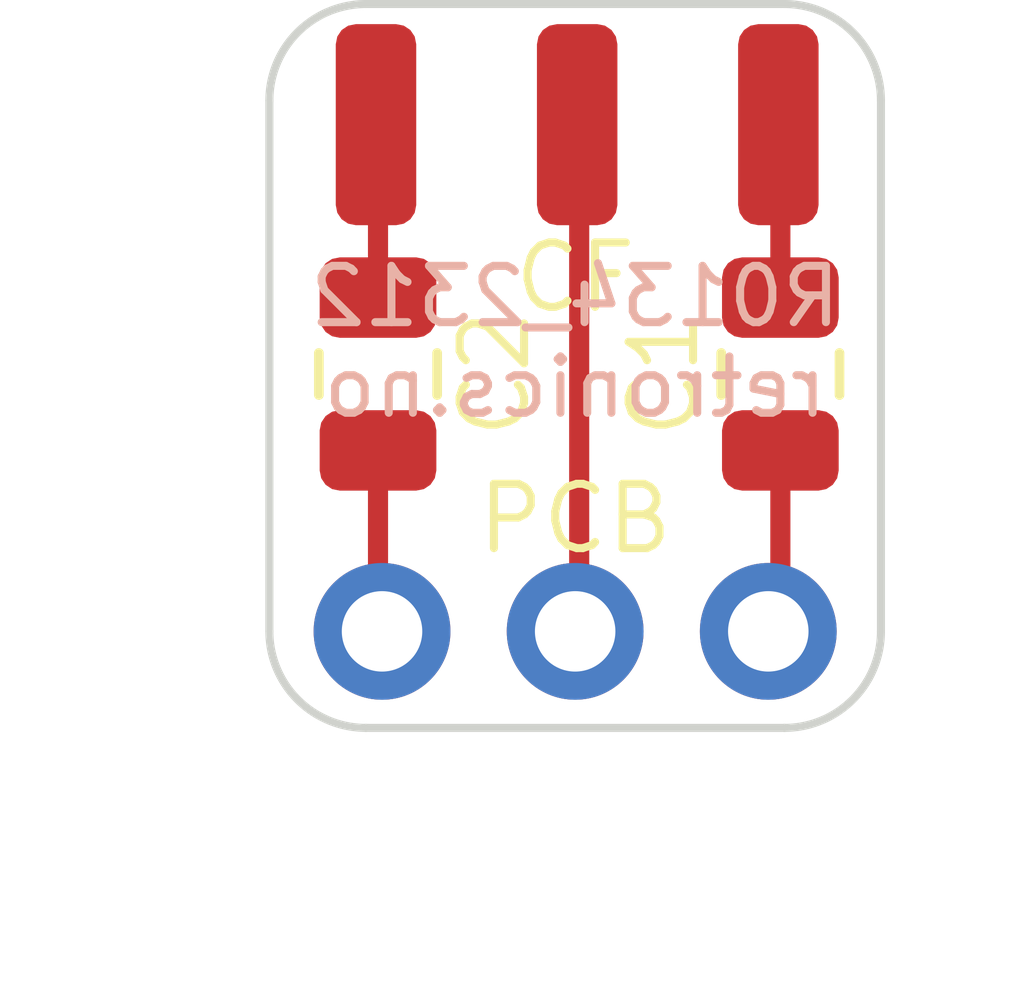
<source format=kicad_pcb>
(kicad_pcb (version 20211014) (generator pcbnew)
  (layers (0 "F.Cu" signal) (31 "B.Cu" signal) (34 "B.Paste" user) (35 "F.Paste" user) (36 "B.SilkS" user "B.Silkscreen") (37 "F.SilkS" user "F.Silkscreen") (38 "B.Mask" user) (39 "F.Mask" user) (44 "Edge.Cuts" user))
  (net 0 "")
  (net 1 "Net-(C1-Pad1)")
  (net 2 "Net-(C1-Pad2)")
  (net 3 "Net-(C2-Pad1)")
  (net 4 "Net-(C2-Pad2)")
  (net 5 "Net-(J1-Pad2)")
  (footprint "myDevices:PinHeader_1x01_P2.54mm_Vertical" (layer "F.Cu") (at 140.8 84.6 90)
    (fp_text reference "J2" hide)
    (fp_text value "Conn_01x01")
    (pad "1" thru_hole circle (at 0 0 90) (size 1.7 1.7) (drill 1) (layers *.Cu *.Mask) (net 2 "Net-(C1-Pad2)"))
  )
  (footprint "Capacitor_SMD:C_0805_2012Metric" (layer "F.Cu") (at 135.95 81.4 -90)
    (fp_text reference "C2" (at 0 -1.45 90) (layer "F.SilkS") (effects (font (size 0.8 0.8) (thickness 0.1))))
    (fp_text value "10nF")
    (fp_line (start -0.261252 0.735) (end 0.261252 0.735) (layer "F.SilkS") (width 0.12))
    (fp_line (start -0.261252 -0.735) (end 0.261252 -0.735) (layer "F.SilkS") (width 0.12))
    (pad "1" smd roundrect (at -0.95 0 270) (size 1 1.45) (layers "F.Cu" "F.Paste" "F.Mask") (net 3 "Net-(C2-Pad1)"))
    (pad "2" smd roundrect (at 0.95 0 270) (size 1 1.45) (layers "F.Cu" "F.Paste" "F.Mask") (net 4 "Net-(C2-Pad2)"))
  )
  (footprint "myDevices:PinHeader_1x01_P2.54mm_Vertical" (layer "F.Cu") (at 138.4 84.6)
    (fp_text reference "J3" hide)
    (fp_text value "Conn_01x01")
    (pad "1" thru_hole circle (at 0 0) (size 1.7 1.7) (drill 1) (layers *.Cu *.Mask) (net 5 "Net-(J1-Pad2)"))
  )
  (footprint "myDevices:Murata_Ceramic_Filter" (layer "F.Cu") (at 135.925 78.3)
    (fp_text reference "J1" hide)
    (fp_text value "Conn_01x03")
    (pad "1" smd roundrect (at 0 0) (size 1 2.5) (layers "F.Cu" "F.Paste" "F.Mask") (net 3 "Net-(C2-Pad1)"))
    (pad "2" smd roundrect (at 2.5 0) (size 1 2.5) (layers "F.Cu" "F.Paste" "F.Mask") (net 5 "Net-(J1-Pad2)"))
    (pad "3" smd roundrect (at 5 0) (size 1 2.5) (layers "F.Cu" "F.Paste" "F.Mask") (net 1 "Net-(C1-Pad1)"))
  )
  (footprint "Capacitor_SMD:C_0805_2012Metric" (layer "F.Cu") (at 140.95 81.4 -90)
    (fp_text reference "C1" (at 0 1.45 90) (layer "F.SilkS") (effects (font (size 0.8 0.8) (thickness 0.1))))
    (fp_text value "10nF")
    (fp_line (start -0.261252 0.735) (end 0.261252 0.735) (layer "F.SilkS") (width 0.12))
    (fp_line (start -0.261252 -0.735) (end 0.261252 -0.735) (layer "F.SilkS") (width 0.12))
    (pad "1" smd roundrect (at -0.95 0 270) (size 1 1.45) (layers "F.Cu" "F.Paste" "F.Mask") (net 1 "Net-(C1-Pad1)"))
    (pad "2" smd roundrect (at 0.95 0 270) (size 1 1.45) (layers "F.Cu" "F.Paste" "F.Mask") (net 2 "Net-(C1-Pad2)"))
  )
  (footprint "myDevices:PinHeader_1x01_P2.54mm_Vertical" (layer "F.Cu") (at 136 84.6 180)
    (fp_text reference "J4" hide)
    (fp_text value "Conn_01x01")
    (pad "1" thru_hole circle (at 0 0 180) (size 1.7 1.7) (drill 1) (layers *.Cu *.Mask) (net 4 "Net-(C2-Pad2)"))
  )
  (gr_line (start 142.2 84.6) (end 142.2 78) (layer "Edge.Cuts") (width 0.1))
  (gr_arc (start 141 76.8) (mid 141.848528 77.151472) (end 142.2 78) (layer "Edge.Cuts") (width 0.1))
  (gr_line (start 135.8 85.8) (end 141 85.8) (layer "Edge.Cuts") (width 0.1))
  (gr_line (start 141 76.8) (end 135.8 76.8) (layer "Edge.Cuts") (width 0.1))
  (gr_arc (start 142.2 84.6) (mid 141.848528 85.448528) (end 141 85.8) (layer "Edge.Cuts") (width 0.1))
  (gr_arc (start 135.8 85.8) (mid 134.951472 85.448528) (end 134.6 84.6) (layer "Edge.Cuts") (width 0.1))
  (gr_line (start 134.6 78) (end 134.6 84.6) (layer "Edge.Cuts") (width 0.1))
  (gr_arc (start 134.6 78) (mid 134.951472 77.151472) (end 135.8 76.8) (layer "Edge.Cuts") (width 0.1))
  (gr_text "R0134_2312\nretronics.no" (at 138.4 81) (layer "B.SilkS") (effects (font (size 0.7 0.7) (thickness 0.1)) (justify mirror)))
  (gr_text "CF" (at 138.4 80.2) (layer "F.SilkS") (effects (font (size 0.8 0.8) (thickness 0.1))))
  (gr_text "PCB" (at 138.4 83.2) (layer "F.SilkS") (effects (font (size 0.8 0.8) (thickness 0.1))))
  (segment (start 140.95 78.4) (end 140.95 80.45) (width 0.25) (layer "F.Cu") (net 1))
  (segment (start 140.95 82.35) (end 140.95 84.425) (width 0.25) (layer "F.Cu") (net 2))
  (segment (start 140.95 84.425) (end 140.925 84.45) (width 0.25) (layer "F.Cu") (net 2))
  (segment (start 135.95 78.4) (end 135.95 80.45) (width 0.25) (layer "F.Cu") (net 3))
  (segment (start 135.95 84.425) (end 135.925 84.45) (width 0.25) (layer "F.Cu") (net 4))
  (segment (start 135.95 82.35) (end 135.95 84.425) (width 0.25) (layer "F.Cu") (net 4))
  (segment (start 138.45 78.4) (end 138.45 84.425) (width 0.25) (layer "F.Cu") (net 5))
  (segment (start 138.45 84.425) (end 138.425 84.45) (width 0.25) (layer "F.Cu") (net 5))
)
</source>
